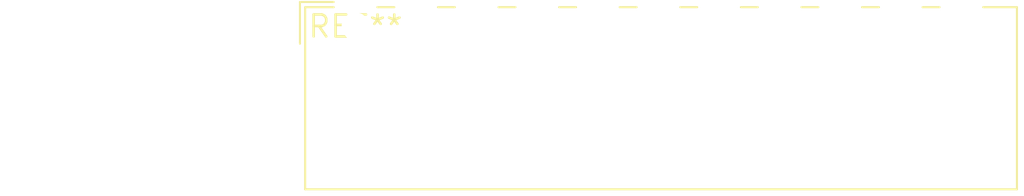
<source format=kicad_pcb>
(kicad_pcb (version 20240108) (generator pcbnew)
  (layers (0 "F.Cu" signal) (31 "B.Cu" signal) (34 "B.Paste" user) (35 "F.Paste" user) (36 "B.SilkS" user "B.Silkscreen") (37 "F.SilkS" user "F.Silkscreen") (38 "B.Mask" user) (39 "F.Mask" user) (44 "Edge.Cuts" user))
  (net 0 "")
  (footprint "Wago_734-171_1x11_P3.50mm_Horizontal" (layer "F.Cu") (at 0 0)
    (property "Reference" "REF**")
    (property "Value" "Wago_734-171_1x11_P3.50mm_Horizontal")
    (fp_line (start -3.21 -1.41) (end -1.26 -1.41) (layer "F.SilkS") (stroke (width 0.12)))
    (fp_line (start -3.21 1) (end -3.21 -1.41) (layer "F.SilkS") (stroke (width 0.12)))
    (fp_line (start -2.91 -1.11) (end -2.91 9.41) (layer "F.SilkS") (stroke (width 0.12)))
    (fp_line (start -2.91 9.41) (end 38.21 9.41) (layer "F.SilkS") (stroke (width 0.12)))
    (fp_line (start -1.26 -1.11) (end -2.91 -1.11) (layer "F.SilkS") (stroke (width 0.12)))
    (fp_line (start 1.26 -1.11) (end 2.24 -1.11) (layer "F.SilkS") (stroke (width 0.12)))
    (fp_line (start 4.76 -1.11) (end 5.74 -1.11) (layer "F.SilkS") (stroke (width 0.12)))
    (fp_line (start 8.26 -1.11) (end 9.24 -1.11) (layer "F.SilkS") (stroke (width 0.12)))
    (fp_line (start 11.76 -1.11) (end 12.74 -1.11) (layer "F.SilkS") (stroke (width 0.12)))
    (fp_line (start 15.26 -1.11) (end 16.24 -1.11) (layer "F.SilkS") (stroke (width 0.12)))
    (fp_line (start 18.76 -1.11) (end 19.74 -1.11) (layer "F.SilkS") (stroke (width 0.12)))
    (fp_line (start 22.26 -1.11) (end 23.24 -1.11) (layer "F.SilkS") (stroke (width 0.12)))
    (fp_line (start 25.76 -1.11) (end 26.74 -1.11) (layer "F.SilkS") (stroke (width 0.12)))
    (fp_line (start 29.26 -1.11) (end 30.24 -1.11) (layer "F.SilkS") (stroke (width 0.12)))
    (fp_line (start 32.76 -1.11) (end 33.74 -1.11) (layer "F.SilkS") (stroke (width 0.12)))
    (fp_line (start 38.21 -1.11) (end 36.26 -1.11) (layer "F.SilkS") (stroke (width 0.12)))
    (fp_line (start 38.21 9.41) (end 38.21 -1.11) (layer "F.SilkS") (stroke (width 0.12)))
    (pad "1" thru_hole roundrect (at 0 0) (size 2 2.6) (drill 1.6) (layers *.Cu *.Mask) (remove_unused_layers) (roundrect_rratio 0.125))
    (pad "2" thru_hole oval (at 3.5 0) (size 2 2.6) (drill 1.6) (layers *.Cu *.Mask) (remove_unused_layers))
    (pad "3" thru_hole oval (at 7 0) (size 2 2.6) (drill 1.6) (layers *.Cu *.Mask) (remove_unused_layers))
    (pad "4" thru_hole oval (at 10.5 0) (size 2 2.6) (drill 1.6) (layers *.Cu *.Mask) (remove_unused_layers))
    (pad "5" thru_hole oval (at 14 0) (size 2 2.6) (drill 1.6) (layers *.Cu *.Mask) (remove_unused_layers))
    (pad "6" thru_hole oval (at 17.5 0) (size 2 2.6) (drill 1.6) (layers *.Cu *.Mask) (remove_unused_layers))
    (pad "7" thru_hole oval (at 21 0) (size 2 2.6) (drill 1.6) (layers *.Cu *.Mask) (remove_unused_layers))
    (pad "8" thru_hole oval (at 24.5 0) (size 2 2.6) (drill 1.6) (layers *.Cu *.Mask) (remove_unused_layers))
    (pad "9" thru_hole oval (at 28 0) (size 2 2.6) (drill 1.6) (layers *.Cu *.Mask) (remove_unused_layers))
    (pad "10" thru_hole oval (at 31.5 0) (size 2 2.6) (drill 1.6) (layers *.Cu *.Mask) (remove_unused_layers))
    (pad "11" thru_hole oval (at 35 0) (size 2 2.6) (drill 1.6) (layers *.Cu *.Mask) (remove_unused_layers))
  )
)
</source>
